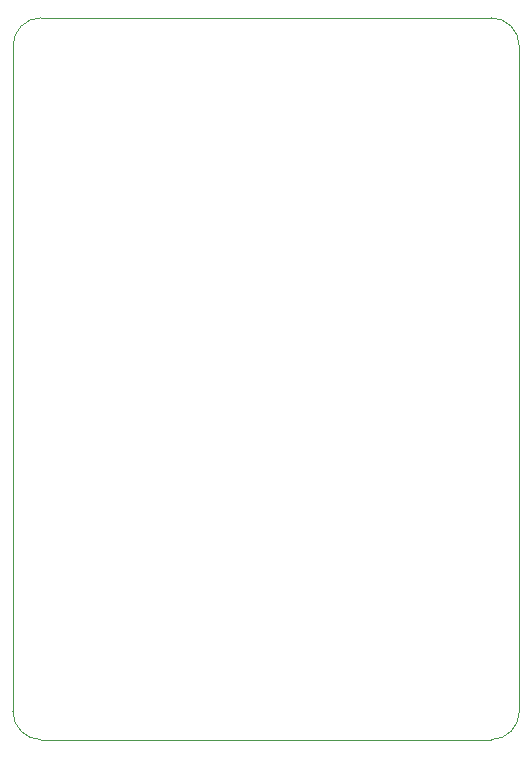
<source format=gbr>
G04 #@! TF.GenerationSoftware,KiCad,Pcbnew,(5.1.4)-1*
G04 #@! TF.CreationDate,2024-07-23T11:44:27+08:00*
G04 #@! TF.ProjectId,irog2k-pcb-demo,69726f67-326b-42d7-9063-622d64656d6f,rev?*
G04 #@! TF.SameCoordinates,Original*
G04 #@! TF.FileFunction,Profile,NP*
%FSLAX46Y46*%
G04 Gerber Fmt 4.6, Leading zero omitted, Abs format (unit mm)*
G04 Created by KiCad (PCBNEW (5.1.4)-1) date 2024-07-23 11:44:27*
%MOMM*%
%LPD*%
G04 APERTURE LIST*
%ADD10C,0.050000*%
G04 APERTURE END LIST*
D10*
X81756250Y-46831250D02*
X81756250Y-103187500D01*
X124618750Y-103187500D02*
G75*
G02X122237500Y-105568750I-2381250J0D01*
G01*
X84137500Y-105568750D02*
G75*
G02X81756250Y-103187500I0J2381250D01*
G01*
X122237500Y-44450000D02*
G75*
G02X124618750Y-46831250I0J-2381250D01*
G01*
X81756250Y-46831250D02*
G75*
G02X84137500Y-44450000I2381250J0D01*
G01*
X84137500Y-44450000D02*
X122237500Y-44450000D01*
X124618750Y-103187500D02*
X124618750Y-46831250D01*
X84137500Y-105568750D02*
X122237500Y-105568750D01*
M02*

</source>
